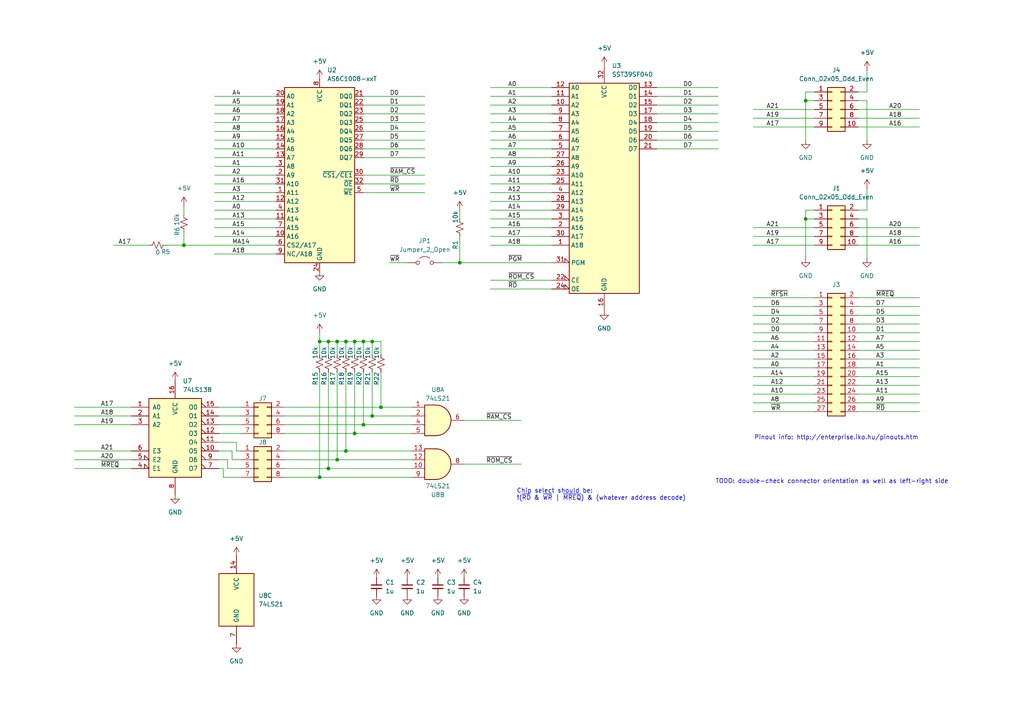
<source format=kicad_sch>
(kicad_sch (version 20231120) (generator "eeschema") (generator_version "8.0")
  (paper "A4")
  (lib_symbols
    (symbol "74xx:74LS138" (pin_names (offset 1.016))
      (property "Reference" "U" (at -7.62 11.43 0))
      (property "Value" "74LS138" (at -7.62 -13.97 0))
      (symbol "74LS138_1_0"
        (pin input line (at -12.7 7.62 0) (length 5.08) (name "A0") (number "1"))
        (pin output output_low (at 12.7 -5.08 180) (length 5.08) (name "O5") (number "10"))
        (pin output output_low (at 12.7 -2.54 180) (length 5.08) (name "O4") (number "11"))
        (pin output output_low (at 12.7 0 180) (length 5.08) (name "O3") (number "12"))
        (pin output output_low (at 12.7 2.54 180) (length 5.08) (name "O2") (number "13"))
        (pin output output_low (at 12.7 5.08 180) (length 5.08) (name "O1") (number "14"))
        (pin output output_low (at 12.7 7.62 180) (length 5.08) (name "O0") (number "15"))
        (pin power_in line (at 0 15.24 270) (length 5.08) (name "VCC") (number "16"))
        (pin input line (at -12.7 5.08 0) (length 5.08) (name "A1") (number "2"))
        (pin input line (at -12.7 2.54 0) (length 5.08) (name "A2") (number "3"))
        (pin input input_low (at -12.7 -10.16 0) (length 5.08) (name "E1") (number "4"))
        (pin input input_low (at -12.7 -7.62 0) (length 5.08) (name "E2") (number "5"))
        (pin input line (at -12.7 -5.08 0) (length 5.08) (name "E3") (number "6"))
        (pin output output_low (at 12.7 -10.16 180) (length 5.08) (name "O7") (number "7"))
        (pin power_in line (at 0 -17.78 90) (length 5.08) (name "GND") (number "8"))
        (pin output output_low (at 12.7 -7.62 180) (length 5.08) (name "O6") (number "9"))
      )
      (symbol "74LS138_1_1"
        (rectangle (start -7.62 10.16) (end 7.62 -12.7) (stroke (width 0.254)) (fill (type background)))
      )
    )
    (symbol "74xx:74LS21" (pin_names (offset 1.016))
      (property "Reference" "U" (at 0 1.27 0))
      (property "Value" "74LS21" (at 0 -1.27 0))
      (symbol "74LS21_1_1"
        (arc (start -0.635 -4.445) (mid 3.7907 0) (end -0.635 4.445) (stroke (width 0.254)) (fill (type background)))
        (polyline (pts (xy -0.635 4.445) (xy -3.81 4.445) (xy -3.81 -4.445) (xy -0.635 -4.445)) (stroke (width 0.254)) (fill (type background)))
        (pin input line (at -7.62 3.81 0) (length 3.81) (name "~") (number "1"))
        (pin input line (at -7.62 1.27 0) (length 3.81) (name "~") (number "2"))
        (pin input line (at -7.62 -1.27 0) (length 3.81) (name "~") (number "4"))
        (pin input line (at -7.62 -3.81 0) (length 3.81) (name "~") (number "5"))
        (pin output line (at 7.62 0 180) (length 3.81) (name "~") (number "6"))
      )
      (symbol "74LS21_1_2"
        (arc (start -3.81 -4.445) (mid -2.5908 0) (end -3.81 4.445) (stroke (width 0.254)))
        (arc (start -0.6096 -4.445) (mid 2.2246 -2.8422) (end 3.81 0) (stroke (width 0.254)) (fill (type background)))
        (polyline (pts (xy -3.81 -4.445) (xy -0.635 -4.445)) (stroke (width 0.254)) (fill (type background)))
        (polyline (pts (xy -3.81 4.445) (xy -0.635 4.445)) (stroke (width 0.254)) (fill (type background)))
        (polyline (pts (xy -0.635 4.445) (xy -3.81 4.445) (xy -3.81 4.445) (xy -3.6322 4.0894) (xy -3.0988 2.921) (xy -2.7686 1.6764) (xy -2.6162 0.4318) (xy -2.6416 -0.8636) (xy -2.8702 -2.1082) (xy -3.2512 -3.3274) (xy -3.81 -4.445) (xy -3.81 -4.445) (xy -0.635 -4.445)) (stroke (width -25.4)) (fill (type background)))
        (arc (start 3.81 0) (mid 2.2204 2.8379) (end -0.6096 4.445) (stroke (width 0.254)) (fill (type background)))
        (pin input inverted (at -7.62 3.81 0) (length 3.81) (name "~") (number "1"))
        (pin input inverted (at -7.62 1.27 0) (length 4.826) (name "~") (number "2"))
        (pin input inverted (at -7.62 -1.27 0) (length 4.826) (name "~") (number "4"))
        (pin input inverted (at -7.62 -3.81 0) (length 3.81) (name "~") (number "5"))
        (pin output inverted (at 7.62 0 180) (length 3.81) (name "~") (number "6"))
      )
      (symbol "74LS21_2_1"
        (arc (start -0.635 -4.445) (mid 3.7907 0) (end -0.635 4.445) (stroke (width 0.254)) (fill (type background)))
        (polyline (pts (xy -0.635 4.445) (xy -3.81 4.445) (xy -3.81 -4.445) (xy -0.635 -4.445)) (stroke (width 0.254)) (fill (type background)))
        (pin input line (at -7.62 1.27 0) (length 3.81) (name "~") (number "10"))
        (pin input line (at -7.62 -1.27 0) (length 3.81) (name "~") (number "12"))
        (pin input line (at -7.62 -3.81 0) (length 3.81) (name "~") (number "13"))
        (pin output line (at 7.62 0 180) (length 3.81) (name "~") (number "8"))
        (pin input line (at -7.62 3.81 0) (length 3.81) (name "~") (number "9"))
      )
      (symbol "74LS21_2_2"
        (arc (start -3.81 -4.445) (mid -2.5908 0) (end -3.81 4.445) (stroke (width 0.254)))
        (arc (start -0.6096 -4.445) (mid 2.2246 -2.8422) (end 3.81 0) (stroke (width 0.254)) (fill (type background)))
        (polyline (pts (xy -3.81 -4.445) (xy -0.635 -4.445)) (stroke (width 0.254)) (fill (type background)))
        (polyline (pts (xy -3.81 4.445) (xy -0.635 4.445)) (stroke (width 0.254)) (fill (type background)))
        (polyline (pts (xy -0.635 4.445) (xy -3.81 4.445) (xy -3.81 4.445) (xy -3.6322 4.0894) (xy -3.0988 2.921) (xy -2.7686 1.6764) (xy -2.6162 0.4318) (xy -2.6416 -0.8636) (xy -2.8702 -2.1082) (xy -3.2512 -3.3274) (xy -3.81 -4.445) (xy -3.81 -4.445) (xy -0.635 -4.445)) (stroke (width -25.4)) (fill (type background)))
        (arc (start 3.81 0) (mid 2.2204 2.8379) (end -0.6096 4.445) (stroke (width 0.254)) (fill (type background)))
        (pin input inverted (at -7.62 1.27 0) (length 4.826) (name "~") (number "10"))
        (pin input inverted (at -7.62 -1.27 0) (length 4.826) (name "~") (number "12"))
        (pin input inverted (at -7.62 -3.81 0) (length 3.81) (name "~") (number "13"))
        (pin output inverted (at 7.62 0 180) (length 3.81) (name "~") (number "8"))
        (pin input inverted (at -7.62 3.81 0) (length 3.81) (name "~") (number "9"))
      )
      (symbol "74LS21_3_0"
        (pin power_in line (at 0 12.7 270) (length 5.08) (name "VCC") (number "14"))
        (pin power_in line (at 0 -12.7 90) (length 5.08) (name "GND") (number "7"))
      )
      (symbol "74LS21_3_1"
        (rectangle (start -5.08 7.62) (end 5.08 -7.62) (stroke (width 0.254)) (fill (type background)))
      )
    )
    (symbol "Connector_Generic:Conn_02x04_Odd_Even" (pin_names (offset 1.016) hide)
      (property "Reference" "J" (at 1.27 5.08 0))
      (property "Value" "Conn_02x04_Odd_Even" (at 1.27 -7.62 0))
      (symbol "Conn_02x04_Odd_Even_1_1"
        (rectangle (start -1.27 -4.953) (end 0 -5.207) (stroke (width 0.1524)))
        (rectangle (start -1.27 -2.413) (end 0 -2.667) (stroke (width 0.1524)))
        (rectangle (start -1.27 0.127) (end 0 -0.127) (stroke (width 0.1524)))
        (rectangle (start -1.27 2.667) (end 0 2.413) (stroke (width 0.1524)))
        (rectangle (start -1.27 3.81) (end 3.81 -6.35) (stroke (width 0.254)) (fill (type background)))
        (rectangle (start 3.81 -4.953) (end 2.54 -5.207) (stroke (width 0.1524)))
        (rectangle (start 3.81 -2.413) (end 2.54 -2.667) (stroke (width 0.1524)))
        (rectangle (start 3.81 0.127) (end 2.54 -0.127) (stroke (width 0.1524)))
        (rectangle (start 3.81 2.667) (end 2.54 2.413) (stroke (width 0.1524)))
        (pin passive line (at -5.08 2.54 0) (length 3.81) (name "Pin_1") (number "1"))
        (pin passive line (at 7.62 2.54 180) (length 3.81) (name "Pin_2") (number "2"))
        (pin passive line (at -5.08 0 0) (length 3.81) (name "Pin_3") (number "3"))
        (pin passive line (at 7.62 0 180) (length 3.81) (name "Pin_4") (number "4"))
        (pin passive line (at -5.08 -2.54 0) (length 3.81) (name "Pin_5") (number "5"))
        (pin passive line (at 7.62 -2.54 180) (length 3.81) (name "Pin_6") (number "6"))
        (pin passive line (at -5.08 -5.08 0) (length 3.81) (name "Pin_7") (number "7"))
        (pin passive line (at 7.62 -5.08 180) (length 3.81) (name "Pin_8") (number "8"))
      )
    )
    (symbol "Connector_Generic:Conn_02x05_Odd_Even" (pin_names (offset 1.016) hide)
      (property "Reference" "J" (at 1.27 7.62 0))
      (property "Value" "Conn_02x05_Odd_Even" (at 1.27 -7.62 0))
      (symbol "Conn_02x05_Odd_Even_1_1"
        (rectangle (start -1.27 -4.953) (end 0 -5.207) (stroke (width 0.1524)))
        (rectangle (start -1.27 -2.413) (end 0 -2.667) (stroke (width 0.1524)))
        (rectangle (start -1.27 0.127) (end 0 -0.127) (stroke (width 0.1524)))
        (rectangle (start -1.27 2.667) (end 0 2.413) (stroke (width 0.1524)))
        (rectangle (start -1.27 5.207) (end 0 4.953) (stroke (width 0.1524)))
        (rectangle (start -1.27 6.35) (end 3.81 -6.35) (stroke (width 0.254)) (fill (type background)))
        (rectangle (start 3.81 -4.953) (end 2.54 -5.207) (stroke (width 0.1524)))
        (rectangle (start 3.81 -2.413) (end 2.54 -2.667) (stroke (width 0.1524)))
        (rectangle (start 3.81 0.127) (end 2.54 -0.127) (stroke (width 0.1524)))
        (rectangle (start 3.81 2.667) (end 2.54 2.413) (stroke (width 0.1524)))
        (rectangle (start 3.81 5.207) (end 2.54 4.953) (stroke (width 0.1524)))
        (pin passive line (at -5.08 5.08 0) (length 3.81) (name "Pin_1") (number "1"))
        (pin passive line (at 7.62 -5.08 180) (length 3.81) (name "Pin_10") (number "10"))
        (pin passive line (at 7.62 5.08 180) (length 3.81) (name "Pin_2") (number "2"))
        (pin passive line (at -5.08 2.54 0) (length 3.81) (name "Pin_3") (number "3"))
        (pin passive line (at 7.62 2.54 180) (length 3.81) (name "Pin_4") (number "4"))
        (pin passive line (at -5.08 0 0) (length 3.81) (name "Pin_5") (number "5"))
        (pin passive line (at 7.62 0 180) (length 3.81) (name "Pin_6") (number "6"))
        (pin passive line (at -5.08 -2.54 0) (length 3.81) (name "Pin_7") (number "7"))
        (pin passive line (at 7.62 -2.54 180) (length 3.81) (name "Pin_8") (number "8"))
        (pin passive line (at -5.08 -5.08 0) (length 3.81) (name "Pin_9") (number "9"))
      )
    )
    (symbol "Connector_Generic:Conn_02x14_Odd_Even" (pin_names (offset 1.016) hide)
      (property "Reference" "J" (at 1.27 17.78 0))
      (property "Value" "Conn_02x14_Odd_Even" (at 1.27 -20.32 0))
      (symbol "Conn_02x14_Odd_Even_1_1"
        (rectangle (start -1.27 -17.653) (end 0 -17.907) (stroke (width 0.1524)))
        (rectangle (start -1.27 -15.113) (end 0 -15.367) (stroke (width 0.1524)))
        (rectangle (start -1.27 -12.573) (end 0 -12.827) (stroke (width 0.1524)))
        (rectangle (start -1.27 -10.033) (end 0 -10.287) (stroke (width 0.1524)))
        (rectangle (start -1.27 -7.493) (end 0 -7.747) (stroke (width 0.1524)))
        (rectangle (start -1.27 -4.953) (end 0 -5.207) (stroke (width 0.1524)))
        (rectangle (start -1.27 -2.413) (end 0 -2.667) (stroke (width 0.1524)))
        (rectangle (start -1.27 0.127) (end 0 -0.127) (stroke (width 0.1524)))
        (rectangle (start -1.27 2.667) (end 0 2.413) (stroke (width 0.1524)))
        (rectangle (start -1.27 5.207) (end 0 4.953) (stroke (width 0.1524)))
        (rectangle (start -1.27 7.747) (end 0 7.493) (stroke (width 0.1524)))
        (rectangle (start -1.27 10.287) (end 0 10.033) (stroke (width 0.1524)))
        (rectangle (start -1.27 12.827) (end 0 12.573) (stroke (width 0.1524)))
        (rectangle (start -1.27 15.367) (end 0 15.113) (stroke (width 0.1524)))
        (rectangle (start -1.27 16.51) (end 3.81 -19.05) (stroke (width 0.254)) (fill (type background)))
        (rectangle (start 3.81 -17.653) (end 2.54 -17.907) (stroke (width 0.1524)))
        (rectangle (start 3.81 -15.113) (end 2.54 -15.367) (stroke (width 0.1524)))
        (rectangle (start 3.81 -12.573) (end 2.54 -12.827) (stroke (width 0.1524)))
        (rectangle (start 3.81 -10.033) (end 2.54 -10.287) (stroke (width 0.1524)))
        (rectangle (start 3.81 -7.493) (end 2.54 -7.747) (stroke (width 0.1524)))
        (rectangle (start 3.81 -4.953) (end 2.54 -5.207) (stroke (width 0.1524)))
        (rectangle (start 3.81 -2.413) (end 2.54 -2.667) (stroke (width 0.1524)))
        (rectangle (start 3.81 0.127) (end 2.54 -0.127) (stroke (width 0.1524)))
        (rectangle (start 3.81 2.667) (end 2.54 2.413) (stroke (width 0.1524)))
        (rectangle (start 3.81 5.207) (end 2.54 4.953) (stroke (width 0.1524)))
        (rectangle (start 3.81 7.747) (end 2.54 7.493) (stroke (width 0.1524)))
        (rectangle (start 3.81 10.287) (end 2.54 10.033) (stroke (width 0.1524)))
        (rectangle (start 3.81 12.827) (end 2.54 12.573) (stroke (width 0.1524)))
        (rectangle (start 3.81 15.367) (end 2.54 15.113) (stroke (width 0.1524)))
        (pin passive line (at -5.08 15.24 0) (length 3.81) (name "Pin_1") (number "1"))
        (pin passive line (at 7.62 5.08 180) (length 3.81) (name "Pin_10") (number "10"))
        (pin passive line (at -5.08 2.54 0) (length 3.81) (name "Pin_11") (number "11"))
        (pin passive line (at 7.62 2.54 180) (length 3.81) (name "Pin_12") (number "12"))
        (pin passive line (at -5.08 0 0) (length 3.81) (name "Pin_13") (number "13"))
        (pin passive line (at 7.62 0 180) (length 3.81) (name "Pin_14") (number "14"))
        (pin passive line (at -5.08 -2.54 0) (length 3.81) (name "Pin_15") (number "15"))
        (pin passive line (at 7.62 -2.54 180) (length 3.81) (name "Pin_16") (number "16"))
        (pin passive line (at -5.08 -5.08 0) (length 3.81) (name "Pin_17") (number "17"))
        (pin passive line (at 7.62 -5.08 180) (length 3.81) (name "Pin_18") (number "18"))
        (pin passive line (at -5.08 -7.62 0) (length 3.81) (name "Pin_19") (number "19"))
        (pin passive line (at 7.62 15.24 180) (length 3.81) (name "Pin_2") (number "2"))
        (pin passive line (at 7.62 -7.62 180) (length 3.81) (name "Pin_20") (number "20"))
        (pin passive line (at -5.08 -10.16 0) (length 3.81) (name "Pin_21") (number "21"))
        (pin passive line (at 7.62 -10.16 180) (length 3.81) (name "Pin_22") (number "22"))
        (pin passive line (at -5.08 -12.7 0) (length 3.81) (name "Pin_23") (number "23"))
        (pin passive line (at 7.62 -12.7 180) (length 3.81) (name "Pin_24") (number "24"))
        (pin passive line (at -5.08 -15.24 0) (length 3.81) (name "Pin_25") (number "25"))
        (pin passive line (at 7.62 -15.24 180) (length 3.81) (name "Pin_26") (number "26"))
        (pin passive line (at -5.08 -17.78 0) (length 3.81) (name "Pin_27") (number "27"))
        (pin passive line (at 7.62 -17.78 180) (length 3.81) (name "Pin_28") (number "28"))
        (pin passive line (at -5.08 12.7 0) (length 3.81) (name "Pin_3") (number "3"))
        (pin passive line (at 7.62 12.7 180) (length 3.81) (name "Pin_4") (number "4"))
        (pin passive line (at -5.08 10.16 0) (length 3.81) (name "Pin_5") (number "5"))
        (pin passive line (at 7.62 10.16 180) (length 3.81) (name "Pin_6") (number "6"))
        (pin passive line (at -5.08 7.62 0) (length 3.81) (name "Pin_7") (number "7"))
        (pin passive line (at 7.62 7.62 180) (length 3.81) (name "Pin_8") (number "8"))
        (pin passive line (at -5.08 5.08 0) (length 3.81) (name "Pin_9") (number "9"))
      )
    )
    (symbol "Device:C_Small" (pin_numbers hide) (pin_names (offset 0.254) hide)
      (property "Reference" "C" (at 0.254 1.778 0))
      (property "Value" "C_Small" (at 0.254 -2.032 0))
      (symbol "C_Small_0_1"
        (polyline (pts (xy -1.524 -0.508) (xy 1.524 -0.508)) (stroke (width 0.3302)))
        (polyline (pts (xy -1.524 0.508) (xy 1.524 0.508)) (stroke (width 0.3048)))
      )
      (symbol "C_Small_1_1"
        (pin passive line (at 0 2.54 270) (length 2.032) (name "~") (number "1"))
        (pin passive line (at 0 -2.54 90) (length 2.032) (name "~") (number "2"))
      )
    )
    (symbol "Device:R_Small_US" (pin_numbers hide) (pin_names (offset 0.254) hide)
      (property "Reference" "R" (at 0.762 0.508 0))
      (property "Value" "R_Small_US" (at 0.762 -1.016 0))
      (symbol "R_Small_US_1_1"
        (polyline (pts (xy 0 0) (xy 1.016 -0.381) (xy 0 -0.762) (xy -1.016 -1.143) (xy 0 -1.524)))
        (polyline (pts (xy 0 1.524) (xy 1.016 1.143) (xy 0 0.762) (xy -1.016 0.381) (xy 0 0)))
        (pin passive line (at 0 2.54 270) (length 1.016) (name "~") (number "1"))
        (pin passive line (at 0 -2.54 90) (length 1.016) (name "~") (number "2"))
      )
    )
    (symbol "Jumper:Jumper_2_Open" (pin_numbers hide) (pin_names (offset 0) hide) (exclude_from_sim yes)
      (property "Reference" "JP" (at 0 2.794 0))
      (property "Value" "Jumper_2_Open" (at 0 -2.286 0))
      (symbol "Jumper_2_Open_0_0"
        (circle (center -2.032 0) (radius 0.508))
        (circle (center 2.032 0) (radius 0.508))
      )
      (symbol "Jumper_2_Open_0_1"
        (arc (start 1.524 1.27) (mid 0 1.778) (end -1.524 1.27))
      )
      (symbol "Jumper_2_Open_1_1"
        (pin passive line (at -5.08 0 0) (length 2.54) (name "A") (number "1"))
        (pin passive line (at 5.08 0 180) (length 2.54) (name "B") (number "2"))
      )
    )
    (symbol "Memory_Flash:SST39SF040"
      (property "Reference" "U" (at 2.54 33.02 0))
      (property "Value" "SST39SF040" (at 0 -30.48 0))
      (symbol "SST39SF040_0_0"
        (pin power_in line (at 0 -34.29 90) (length 5.08) (name "GND") (number "16"))
        (pin power_in line (at 0 36.83 270) (length 5.08) (name "VCC") (number "32"))
      )
      (symbol "SST39SF040_0_1"
        (rectangle (start -10.16 31.75) (end 10.16 -29.21) (stroke (width 0.254)) (fill (type background)))
      )
      (symbol "SST39SF040_1_1"
        (pin input line (at -15.24 -15.24 0) (length 5.08) (name "A18") (number "1"))
        (pin input line (at -15.24 25.4 0) (length 5.08) (name "A2") (number "10"))
        (pin input line (at -15.24 27.94 0) (length 5.08) (name "A1") (number "11"))
        (pin input line (at -15.24 30.48 0) (length 5.08) (name "A0") (number "12"))
        (pin tri_state line (at 15.24 30.48 180) (length 5.08) (name "D0") (number "13"))
        (pin tri_state line (at 15.24 27.94 180) (length 5.08) (name "D1") (number "14"))
        (pin tri_state line (at 15.24 25.4 180) (length 5.08) (name "D2") (number "15"))
        (pin tri_state line (at 15.24 22.86 180) (length 5.08) (name "D3") (number "17"))
        (pin tri_state line (at 15.24 20.32 180) (length 5.08) (name "D4") (number "18"))
        (pin tri_state line (at 15.24 17.78 180) (length 5.08) (name "D5") (number "19"))
        (pin input line (at -15.24 -10.16 0) (length 5.08) (name "A16") (number "2"))
        (pin tri_state line (at 15.24 15.24 180) (length 5.08) (name "D6") (number "20"))
        (pin tri_state line (at 15.24 12.7 180) (length 5.08) (name "D7") (number "21"))
        (pin input input_low (at -15.24 -25.4 0) (length 5.08) (name "CE") (number "22"))
        (pin input line (at -15.24 5.08 0) (length 5.08) (name "A10") (number "23"))
        (pin input input_low (at -15.24 -27.94 0) (length 5.08) (name "OE") (number "24"))
        (pin input line (at -15.24 2.54 0) (length 5.08) (name "A11") (number "25"))
        (pin input line (at -15.24 7.62 0) (length 5.08) (name "A9") (number "26"))
        (pin input line (at -15.24 10.16 0) (length 5.08) (name "A8") (number "27"))
        (pin input line (at -15.24 -2.54 0) (length 5.08) (name "A13") (number "28"))
        (pin input line (at -15.24 -5.08 0) (length 5.08) (name "A14") (number "29"))
        (pin input line (at -15.24 -7.62 0) (length 5.08) (name "A15") (number "3"))
        (pin input line (at -15.24 -12.7 0) (length 5.08) (name "A17") (number "30"))
        (pin input input_low (at -15.24 -20.32 0) (length 5.08) (name "PGM") (number "31"))
        (pin input line (at -15.24 0 0) (length 5.08) (name "A12") (number "4"))
        (pin input line (at -15.24 12.7 0) (length 5.08) (name "A7") (number "5"))
        (pin input line (at -15.24 15.24 0) (length 5.08) (name "A6") (number "6"))
        (pin input line (at -15.24 17.78 0) (length 5.08) (name "A5") (number "7"))
        (pin input line (at -15.24 20.32 0) (length 5.08) (name "A4") (number "8"))
        (pin input line (at -15.24 22.86 0) (length 5.08) (name "A3") (number "9"))
      )
    )
    (symbol "mem_ext_board:AS6C4008-xxT"
      (property "Reference" "U" (at -10.16 26.035 0))
      (property "Value" "AS6C4008-xxT" (at 2.54 26.035 0))
      (symbol "AS6C4008-xxT_0_0"
        (pin power_in line (at 0 -27.94 90) (length 2.54) (name "GND") (number "24"))
        (pin power_in line (at 0 27.94 270) (length 2.54) (name "VCC") (number "8"))
      )
      (symbol "AS6C4008-xxT_0_1"
        (rectangle (start -10.16 25.4) (end 10.16 -25.4) (stroke (width 0.254)) (fill (type background)))
      )
      (symbol "AS6C4008-xxT_1_1"
        (pin input line (at -12.7 -5.08 0) (length 2.54) (name "A11") (number "1"))
        (pin input line (at -12.7 -17.78 0) (length 2.54) (name "A16") (number "10"))
        (pin input line (at -12.7 -12.7 0) (length 2.54) (name "A14") (number "11"))
        (pin input line (at -12.7 -7.62 0) (length 2.54) (name "A12") (number "12"))
        (pin input line (at -12.7 5.08 0) (length 2.54) (name "A7") (number "13"))
        (pin input line (at -12.7 7.62 0) (length 2.54) (name "A6") (number "14"))
        (pin input line (at -12.7 10.16 0) (length 2.54) (name "A5") (number "15"))
        (pin input line (at -12.7 12.7 0) (length 2.54) (name "A4") (number "16"))
        (pin input line (at -12.7 15.24 0) (length 2.54) (name "A3") (number "17"))
        (pin input line (at -12.7 17.78 0) (length 2.54) (name "A2") (number "18"))
        (pin input line (at -12.7 20.32 0) (length 2.54) (name "A1") (number "19"))
        (pin input line (at -12.7 0 0) (length 2.54) (name "A9") (number "2"))
        (pin input line (at -12.7 22.86 0) (length 2.54) (name "A0") (number "20"))
        (pin tri_state line (at 12.7 22.86 180) (length 2.54) (name "DQ0") (number "21"))
        (pin tri_state line (at 12.7 20.32 180) (length 2.54) (name "DQ1") (number "22"))
        (pin tri_state line (at 12.7 17.78 180) (length 2.54) (name "DQ2") (number "23"))
        (pin tri_state line (at 12.7 15.24 180) (length 2.54) (name "DQ3") (number "25"))
        (pin tri_state line (at 12.7 12.7 180) (length 2.54) (name "DQ4") (number "26"))
        (pin tri_state line (at 12.7 10.16 180) (length 2.54) (name "DQ5") (number "27"))
        (pin tri_state line (at 12.7 7.62 180) (length 2.54) (name "DQ6") (number "28"))
        (pin tri_state line (at 12.7 5.08 180) (length 2.54) (name "DQ7") (number "29"))
        (pin input line (at -12.7 2.54 0) (length 2.54) (name "A8") (number "3"))
        (pin input line (at 12.7 0 180) (length 2.54) (name "~{CS1}/~{CE1}") (number "30"))
        (pin input line (at -12.7 -2.54 0) (length 2.54) (name "A10") (number "31"))
        (pin input line (at 12.7 -2.54 180) (length 2.54) (name "~{OE}") (number "32"))
        (pin input line (at -12.7 -10.16 0) (length 2.54) (name "A13") (number "4"))
        (pin input line (at 12.7 -5.08 180) (length 2.54) (name "~{WE}") (number "5"))
        (pin input line (at -12.7 -20.32 0) (length 2.54) (name "CS2/A17") (number "6"))
        (pin input line (at -12.7 -15.24 0) (length 2.54) (name "A15") (number "7"))
        (pin input line (at -12.7 -22.86 0) (length 2.54) (name "NC/A18") (number "9"))
      )
    )
    (symbol "power:+5V" (power) (pin_numbers hide) (pin_names (offset 0) hide)
      (property "Value" "+5V" (at 0 3.556 0))
      (symbol "+5V_0_1"
        (polyline (pts (xy -0.762 1.27) (xy 0 2.54)))
        (polyline (pts (xy 0 0) (xy 0 2.54)))
        (polyline (pts (xy 0 2.54) (xy 0.762 1.27)))
      )
      (symbol "+5V_1_1"
        (pin power_in line (at 0 0 90) (length 0) (name "~") (number "1"))
      )
    )
    (symbol "power:GND" (power) (pin_numbers hide) (pin_names (offset 0) hide)
      (property "Value" "GND" (at 0 -3.81 0))
      (symbol "GND_0_1"
        (polyline (pts (xy 0 0) (xy 0 -1.27) (xy 1.27 -1.27) (xy 0 -2.54) (xy -1.27 -1.27) (xy 0 -1.27)))
      )
      (symbol "GND_1_1"
        (pin power_in line (at 0 0 270) (length 0) (name "~") (number "1"))
      )
    )
  )
  (junction (at 95.25 135.89))
  (junction (at 100.33 99.06))
  (junction (at 95.25 99.06))
  (junction (at 110.49 118.11))
  (junction (at 133.35 76.2))
  (junction (at 102.87 99.06))
  (junction (at 107.95 99.06))
  (junction (at 92.71 99.06))
  (junction (at 102.87 125.73))
  (junction (at 105.41 99.06))
  (junction (at 97.79 99.06))
  (junction (at 53.34 71.12))
  (junction (at 92.71 138.43))
  (junction (at 97.79 133.35))
  (junction (at 233.68 29.21))
  (junction (at 107.95 120.65))
  (junction (at 100.33 130.81))
  (junction (at 105.41 123.19))
  (junction (at 233.68 63.5))
  (wire (pts (xy 248.92 36.83) (xy 266.7 36.83)))
  (wire (pts (xy 105.41 45.72) (xy 123.19 45.72)))
  (wire (pts (xy 218.44 104.14) (xy 236.22 104.14)))
  (wire (pts (xy 251.46 20.32) (xy 251.46 26.67)))
  (wire (pts (xy 251.46 29.21) (xy 251.46 40.64)))
  (wire (pts (xy 95.25 135.89) (xy 82.55 135.89)))
  (wire (pts (xy 233.68 29.21) (xy 236.22 29.21)))
  (wire (pts (xy 62.23 60.96) (xy 80.01 60.96)))
  (wire (pts (xy 218.44 34.29) (xy 236.22 34.29)))
  (wire (pts (xy 218.44 99.06) (xy 236.22 99.06)))
  (wire (pts (xy 133.35 60.96) (xy 133.35 63.5)))
  (wire (pts (xy 62.23 66.04) (xy 80.01 66.04)))
  (wire (pts (xy 92.71 107.95) (xy 92.71 138.43)))
  (wire (pts (xy 82.55 123.19) (xy 105.41 123.19)))
  (wire (pts (xy 218.44 114.3) (xy 236.22 114.3)))
  (wire (pts (xy 66.04 135.89) (xy 66.04 133.35)))
  (wire (pts (xy 248.92 116.84) (xy 266.7 116.84)))
  (wire (pts (xy 110.49 99.06) (xy 110.49 102.87)))
  (wire (pts (xy 105.41 43.18) (xy 123.19 43.18)))
  (wire (pts (xy 62.23 63.5) (xy 80.01 63.5)))
  (wire (pts (xy 218.44 116.84) (xy 236.22 116.84)))
  (wire (pts (xy 95.25 99.06) (xy 95.25 102.87)))
  (wire (pts (xy 102.87 99.06) (xy 105.41 99.06)))
  (wire (pts (xy 105.41 107.95) (xy 105.41 123.19)))
  (wire (pts (xy 142.24 63.5) (xy 160.02 63.5)))
  (wire (pts (xy 142.24 71.12) (xy 160.02 71.12)))
  (wire (pts (xy 62.23 45.72) (xy 80.01 45.72)))
  (wire (pts (xy 97.79 133.35) (xy 82.55 133.35)))
  (wire (pts (xy 33.02 71.12) (xy 43.18 71.12)))
  (wire (pts (xy 190.5 40.64) (xy 208.28 40.64)))
  (wire (pts (xy 142.24 38.1) (xy 160.02 38.1)))
  (wire (pts (xy 218.44 111.76) (xy 236.22 111.76)))
  (wire (pts (xy 82.55 118.11) (xy 110.49 118.11)))
  (wire (pts (xy 218.44 71.12) (xy 236.22 71.12)))
  (wire (pts (xy 105.41 99.06) (xy 105.41 102.87)))
  (wire (pts (xy 248.92 119.38) (xy 266.7 119.38)))
  (wire (pts (xy 142.24 43.18) (xy 160.02 43.18)))
  (wire (pts (xy 142.24 81.28) (xy 160.02 81.28)))
  (wire (pts (xy 248.92 88.9) (xy 266.7 88.9)))
  (wire (pts (xy 64.77 135.89) (xy 63.5 135.89)))
  (wire (pts (xy 133.35 76.2) (xy 160.02 76.2)))
  (wire (pts (xy 63.5 123.19) (xy 69.85 123.19)))
  (wire (pts (xy 92.71 138.43) (xy 119.38 138.43)))
  (wire (pts (xy 105.41 123.19) (xy 119.38 123.19)))
  (wire (pts (xy 62.23 68.58) (xy 80.01 68.58)))
  (wire (pts (xy 62.23 30.48) (xy 80.01 30.48)))
  (wire (pts (xy 82.55 125.73) (xy 102.87 125.73)))
  (wire (pts (xy 67.31 133.35) (xy 67.31 130.81)))
  (wire (pts (xy 67.31 130.81) (xy 63.5 130.81)))
  (wire (pts (xy 218.44 31.75) (xy 236.22 31.75)))
  (wire (pts (xy 190.5 30.48) (xy 208.28 30.48)))
  (wire (pts (xy 251.46 63.5) (xy 251.46 74.93)))
  (wire (pts (xy 233.68 63.5) (xy 236.22 63.5)))
  (wire (pts (xy 97.79 107.95) (xy 97.79 133.35)))
  (wire (pts (xy 62.23 58.42) (xy 80.01 58.42)))
  (wire (pts (xy 248.92 104.14) (xy 266.7 104.14)))
  (wire (pts (xy 105.41 40.64) (xy 123.19 40.64)))
  (wire (pts (xy 63.5 125.73) (xy 69.85 125.73)))
  (wire (pts (xy 63.5 118.11) (xy 69.85 118.11)))
  (wire (pts (xy 53.34 59.69) (xy 53.34 62.23)))
  (wire (pts (xy 62.23 40.64) (xy 80.01 40.64)))
  (wire (pts (xy 142.24 30.48) (xy 160.02 30.48)))
  (wire (pts (xy 100.33 107.95) (xy 100.33 130.81)))
  (wire (pts (xy 21.59 135.89) (xy 38.1 135.89)))
  (wire (pts (xy 100.33 130.81) (xy 119.38 130.81)))
  (wire (pts (xy 142.24 83.82) (xy 160.02 83.82)))
  (wire (pts (xy 21.59 130.81) (xy 38.1 130.81)))
  (wire (pts (xy 218.44 96.52) (xy 236.22 96.52)))
  (wire (pts (xy 92.71 96.52) (xy 92.71 99.06)))
  (wire (pts (xy 110.49 118.11) (xy 119.38 118.11)))
  (wire (pts (xy 100.33 130.81) (xy 82.55 130.81)))
  (wire (pts (xy 248.92 34.29) (xy 266.7 34.29)))
  (wire (pts (xy 190.5 33.02) (xy 208.28 33.02)))
  (wire (pts (xy 62.23 35.56) (xy 80.01 35.56)))
  (wire (pts (xy 92.71 99.06) (xy 95.25 99.06)))
  (wire (pts (xy 62.23 50.8) (xy 80.01 50.8)))
  (wire (pts (xy 105.41 30.48) (xy 123.19 30.48)))
  (wire (pts (xy 248.92 26.67) (xy 251.46 26.67)))
  (wire (pts (xy 97.79 133.35) (xy 119.38 133.35)))
  (wire (pts (xy 134.62 134.62) (xy 151.13 134.62)))
  (wire (pts (xy 105.41 35.56) (xy 123.19 35.56)))
  (wire (pts (xy 248.92 99.06) (xy 266.7 99.06)))
  (wire (pts (xy 248.92 63.5) (xy 251.46 63.5)))
  (wire (pts (xy 251.46 54.61) (xy 251.46 60.96)))
  (wire (pts (xy 102.87 125.73) (xy 119.38 125.73)))
  (wire (pts (xy 248.92 91.44) (xy 266.7 91.44)))
  (wire (pts (xy 69.85 133.35) (xy 67.31 133.35)))
  (wire (pts (xy 107.95 99.06) (xy 107.95 102.87)))
  (wire (pts (xy 142.24 68.58) (xy 160.02 68.58)))
  (wire (pts (xy 142.24 53.34) (xy 160.02 53.34)))
  (wire (pts (xy 105.41 99.06) (xy 107.95 99.06)))
  (wire (pts (xy 107.95 99.06) (xy 110.49 99.06)))
  (wire (pts (xy 105.41 38.1) (xy 123.19 38.1)))
  (wire (pts (xy 190.5 43.18) (xy 208.28 43.18)))
  (wire (pts (xy 95.25 107.95) (xy 95.25 135.89)))
  (wire (pts (xy 142.24 60.96) (xy 160.02 60.96)))
  (wire (pts (xy 248.92 106.68) (xy 266.7 106.68)))
  (wire (pts (xy 113.03 76.2) (xy 118.11 76.2)))
  (wire (pts (xy 62.23 53.34) (xy 80.01 53.34)))
  (wire (pts (xy 100.33 99.06) (xy 100.33 102.87)))
  (wire (pts (xy 190.5 38.1) (xy 208.28 38.1)))
  (wire (pts (xy 248.92 96.52) (xy 266.7 96.52)))
  (wire (pts (xy 218.44 68.58) (xy 236.22 68.58)))
  (wire (pts (xy 218.44 106.68) (xy 236.22 106.68)))
  (wire (pts (xy 105.41 55.88) (xy 123.19 55.88)))
  (wire (pts (xy 107.95 107.95) (xy 107.95 120.65)))
  (wire (pts (xy 218.44 93.98) (xy 236.22 93.98)))
  (wire (pts (xy 53.34 71.12) (xy 80.01 71.12)))
  (wire (pts (xy 233.68 60.96) (xy 233.68 63.5)))
  (wire (pts (xy 142.24 66.04) (xy 160.02 66.04)))
  (wire (pts (xy 134.62 121.92) (xy 151.13 121.92)))
  (wire (pts (xy 248.92 66.04) (xy 266.7 66.04)))
  (wire (pts (xy 218.44 66.04) (xy 236.22 66.04)))
  (wire (pts (xy 62.23 33.02) (xy 80.01 33.02)))
  (wire (pts (xy 218.44 88.9) (xy 236.22 88.9)))
  (wire (pts (xy 69.85 138.43) (xy 64.77 138.43)))
  (wire (pts (xy 53.34 67.31) (xy 53.34 71.12)))
  (wire (pts (xy 142.24 50.8) (xy 160.02 50.8)))
  (wire (pts (xy 142.24 27.94) (xy 160.02 27.94)))
  (wire (pts (xy 68.58 128.27) (xy 63.5 128.27)))
  (wire (pts (xy 233.68 26.67) (xy 236.22 26.67)))
  (wire (pts (xy 62.23 38.1) (xy 80.01 38.1)))
  (wire (pts (xy 248.92 109.22) (xy 266.7 109.22)))
  (wire (pts (xy 92.71 138.43) (xy 82.55 138.43)))
  (wire (pts (xy 68.58 130.81) (xy 68.58 128.27)))
  (wire (pts (xy 190.5 27.94) (xy 208.28 27.94)))
  (wire (pts (xy 62.23 27.94) (xy 80.01 27.94)))
  (wire (pts (xy 142.24 40.64) (xy 160.02 40.64)))
  (wire (pts (xy 97.79 99.06) (xy 97.79 102.87)))
  (wire (pts (xy 48.26 71.12) (xy 53.34 71.12)))
  (wire (pts (xy 190.5 35.56) (xy 208.28 35.56)))
  (wire (pts (xy 190.5 25.4) (xy 208.28 25.4)))
  (wire (pts (xy 142.24 48.26) (xy 160.02 48.26)))
  (wire (pts (xy 248.92 60.96) (xy 251.46 60.96)))
  (wire (pts (xy 128.27 76.2) (xy 133.35 76.2)))
  (wire (pts (xy 62.23 43.18) (xy 80.01 43.18)))
  (wire (pts (xy 66.04 133.35) (xy 63.5 133.35)))
  (wire (pts (xy 105.41 27.94) (xy 123.19 27.94)))
  (wire (pts (xy 142.24 25.4) (xy 160.02 25.4)))
  (wire (pts (xy 248.92 93.98) (xy 266.7 93.98)))
  (wire (pts (xy 248.92 31.75) (xy 266.7 31.75)))
  (wire (pts (xy 142.24 58.42) (xy 160.02 58.42)))
  (wire (pts (xy 100.33 99.06) (xy 102.87 99.06)))
  (wire (pts (xy 248.92 29.21) (xy 251.46 29.21)))
  (wire (pts (xy 142.24 55.88) (xy 160.02 55.88)))
  (wire (pts (xy 248.92 68.58) (xy 266.7 68.58)))
  (wire (pts (xy 233.68 60.96) (xy 236.22 60.96)))
  (wire (pts (xy 21.59 118.11) (xy 38.1 118.11)))
  (wire (pts (xy 142.24 45.72) (xy 160.02 45.72)))
  (wire (pts (xy 62.23 48.26) (xy 80.01 48.26)))
  (wire (pts (xy 107.95 120.65) (xy 119.38 120.65)))
  (wire (pts (xy 248.92 111.76) (xy 266.7 111.76)))
  (wire (pts (xy 218.44 91.44) (xy 236.22 91.44)))
  (wire (pts (xy 95.25 135.89) (xy 119.38 135.89)))
  (wire (pts (xy 21.59 123.19) (xy 38.1 123.19)))
  (wire (pts (xy 110.49 107.95) (xy 110.49 118.11)))
  (wire (pts (xy 248.92 71.12) (xy 266.7 71.12)))
  (wire (pts (xy 97.79 99.06) (xy 100.33 99.06)))
  (wire (pts (xy 63.5 120.65) (xy 69.85 120.65)))
  (wire (pts (xy 69.85 130.81) (xy 68.58 130.81)))
  (wire (pts (xy 218.44 119.38) (xy 236.22 119.38)))
  (wire (pts (xy 69.85 135.89) (xy 66.04 135.89)))
  (wire (pts (xy 102.87 99.06) (xy 102.87 102.87)))
  (wire (pts (xy 133.35 68.58) (xy 133.35 76.2)))
  (wire (pts (xy 105.41 53.34) (xy 123.19 53.34)))
  (wire (pts (xy 218.44 109.22) (xy 236.22 109.22)))
  (wire (pts (xy 248.92 86.36) (xy 266.7 86.36)))
  (wire (pts (xy 142.24 33.02) (xy 160.02 33.02)))
  (wire (pts (xy 218.44 86.36) (xy 236.22 86.36)))
  (wire (pts (xy 218.44 101.6) (xy 236.22 101.6)))
  (wire (pts (xy 95.25 99.06) (xy 97.79 99.06)))
  (wire (pts (xy 21.59 120.65) (xy 38.1 120.65)))
  (wire (pts (xy 248.92 101.6) (xy 266.7 101.6)))
  (wire (pts (xy 233.68 29.21) (xy 233.68 40.64)))
  (wire (pts (xy 105.41 33.02) (xy 123.19 33.02)))
  (wire (pts (xy 233.68 26.67) (xy 233.68 29.21)))
  (wire (pts (xy 105.41 50.8) (xy 123.19 50.8)))
  (wire (pts (xy 62.23 55.88) (xy 80.01 55.88)))
  (wire (pts (xy 92.71 102.87) (xy 92.71 99.06)))
  (wire (pts (xy 102.87 107.95) (xy 102.87 125.73)))
  (wire (pts (xy 62.23 73.66) (xy 80.01 73.66)))
  (wire (pts (xy 21.59 133.35) (xy 38.1 133.35)))
  (wire (pts (xy 233.68 63.5) (xy 233.68 74.93)))
  (wire (pts (xy 248.92 114.3) (xy 266.7 114.3)))
  (wire (pts (xy 142.24 35.56) (xy 160.02 35.56)))
  (wire (pts (xy 64.77 138.43) (xy 64.77 135.89)))
  (wire (pts (xy 218.44 36.83) (xy 236.22 36.83)))
  (wire (pts (xy 82.55 120.65) (xy 107.95 120.65)))
  (text "TODO: double-check connector orientation as well as left-right side" (at 241.3 139.7 0) (effects (font (size 1.27 1.27))))
  (text "Pinout info: http://enterprise.iko.hu/pinouts.htm" (at 242.57 127 0) (effects (font (size 1.27 1.27))))
  (text "Chip select should be:\n!(~{RD} & ~{WR} | ~{MREQ}) & (whatever address decode)" (at 149.86 143.51 0) (effects (font (size 1.27 1.27)) (justify left)))
  (label "A19" (at 29.21 123.19 0))
  (label "A9" (at 147.32 48.26 0))
  (label "A5" (at 147.32 38.1 0))
  (label "A4" (at 147.32 35.56 0))
  (label "A14" (at 147.32 60.96 0))
  (label "A3" (at 254 104.14 0))
  (label "D3" (at 113.03 35.56 0))
  (label "~{MREQ}" (at 29.21 135.89 0))
  (label "A6" (at 147.32 40.64 0))
  (label "A21" (at 222.25 31.75 0))
  (label "~{ROM_CS}" (at 140.97 134.62 0))
  (label "D1" (at 198.12 27.94 0))
  (label "D0" (at 223.52 96.52 0))
  (label "A13" (at 147.32 58.42 0))
  (label "A10" (at 147.32 50.8 0))
  (label "A13" (at 67.31 63.5 0))
  (label "A16" (at 147.32 66.04 0))
  (label "A18" (at 147.32 71.12 0))
  (label "A0" (at 223.52 106.68 0))
  (label "A21" (at 222.25 66.04 0))
  (label "A6" (at 67.31 33.02 0))
  (label "D7" (at 254 88.9 0))
  (label "A8" (at 147.32 45.72 0))
  (label "A16" (at 67.31 53.34 0))
  (label "A4" (at 67.31 27.94 0))
  (label "D6" (at 198.12 40.64 0))
  (label "A11" (at 147.32 53.34 0))
  (label "A2" (at 147.32 30.48 0))
  (label "A17" (at 34.29 71.12 0))
  (label "A9" (at 254 116.84 0))
  (label "A18" (at 67.31 73.66 0))
  (label "A17" (at 222.25 36.83 0))
  (label "D2" (at 113.03 33.02 0))
  (label "D0" (at 198.12 25.4 0))
  (label "A10" (at 67.31 43.18 0))
  (label "A5" (at 67.31 30.48 0))
  (label "~{ROM_CS}" (at 147.32 81.28 0))
  (label "A20" (at 257.81 66.04 0))
  (label "A20" (at 257.81 31.75 0))
  (label "A14" (at 67.31 68.58 0))
  (label "A17" (at 147.32 68.58 0))
  (label "~{RFSH}" (at 223.52 86.36 0))
  (label "A1" (at 254 106.68 0))
  (label "A15" (at 147.32 63.5 0))
  (label "A2" (at 67.31 50.8 0))
  (label "A21" (at 29.21 130.81 0))
  (label "D3" (at 254 93.98 0))
  (label "A0" (at 147.32 25.4 0))
  (label "A19" (at 222.25 68.58 0))
  (label "A3" (at 67.31 55.88 0))
  (label "A6" (at 223.52 99.06 0))
  (label "D2" (at 223.52 93.98 0))
  (label "~{WR}" (at 113.03 76.2 0))
  (label "A11" (at 254 114.3 0))
  (label "A7" (at 67.31 35.56 0))
  (label "D5" (at 198.12 38.1 0))
  (label "~{RD}" (at 254 119.38 0))
  (label "A1" (at 147.32 27.94 0))
  (label "A4" (at 223.52 101.6 0))
  (label "A9" (at 67.31 40.64 0))
  (label "D1" (at 254 96.52 0))
  (label "A18" (at 257.81 68.58 0))
  (label "~{RAM_CS}" (at 113.03 50.8 0))
  (label "A20" (at 29.21 133.35 0))
  (label "A16" (at 257.81 36.83 0))
  (label "D2" (at 198.12 30.48 0))
  (label "~{WR}" (at 113.03 55.88 0))
  (label "D0" (at 113.03 27.94 0))
  (label "A7" (at 254 99.06 0))
  (label "A5" (at 254 101.6 0))
  (label "A1" (at 67.31 48.26 0))
  (label "A17" (at 222.25 71.12 0))
  (label "MA14" (at 67.31 71.12 0))
  (label "A10" (at 223.52 114.3 0))
  (label "~{MREQ}" (at 254 86.36 0))
  (label "~{RAM_CS}" (at 140.97 121.92 0))
  (label "A8" (at 223.52 116.84 0))
  (label "~{WR}" (at 223.52 119.38 0))
  (label "D7" (at 198.12 43.18 0))
  (label "~{RD}" (at 113.03 53.34 0))
  (label "A12" (at 223.52 111.76 0))
  (label "A17" (at 29.21 118.11 0))
  (label "A7" (at 147.32 43.18 0))
  (label "A2" (at 223.52 104.14 0))
  (label "A18" (at 29.21 120.65 0))
  (label "A11" (at 67.31 45.72 0))
  (label "A16" (at 257.81 71.12 0))
  (label "A8" (at 67.31 38.1 0))
  (label "A15" (at 67.31 66.04 0))
  (label "A0" (at 67.31 60.96 0))
  (label "A18" (at 257.81 34.29 0))
  (label "D1" (at 113.03 30.48 0))
  (label "A14" (at 223.52 109.22 0))
  (label "D4" (at 198.12 35.56 0))
  (label "D5" (at 113.03 40.64 0))
  (label "D5" (at 254 91.44 0))
  (label "D6" (at 223.52 88.9 0))
  (label "A3" (at 147.32 33.02 0))
  (label "~{PGM}" (at 147.32 76.2 0))
  (label "D3" (at 198.12 33.02 0))
  (label "D4" (at 113.03 38.1 0))
  (label "A19" (at 222.25 34.29 0))
  (label "~{RD}" (at 147.32 83.82 0))
  (label "A15" (at 254 109.22 0))
  (label "A13" (at 254 111.76 0))
  (label "D7" (at 113.03 45.72 0))
  (label "D6" (at 113.03 43.18 0))
  (label "A12" (at 147.32 55.88 0))
  (label "A12" (at 67.31 58.42 0))
  (label "D4" (at 223.52 91.44 0))
  (symbol (lib_id "Connector_Generic:Conn_02x14_Odd_Even") (at 241.3 101.6 0) (unit 1)
    (property "Reference" "J3" (at 242.57 82.55 0))
    (property "Value" "Conn_02x16_Row_Letter_First" (effects (hide yes)))
    (property "Footprint" "Connector_PinSocket_2.54mm:PinSocket_2x14_P2.54mm_Vertical" (effects (hide yes)))
    (property "Description" "Generic connector, double row, 02x14, odd/even pin numbering scheme (row 1 odd numbers, row 2 even numbers), script generated (kicad-library-utils/schlib/autogen/connector/)" (effects (hide yes)))
  )
  (symbol (lib_id "Memory_Flash:SST39SF040") (at 175.26 55.88 0) (unit 1)
    (property "Reference" "U3" (at 177.4541 19.05 0) (effects (justify left)))
    (property "Value" "SST39SF040" (at 177.4541 21.59 0) (effects (justify left)))
    (property "Footprint" "Package_DIP:DIP-32_W15.24mm_Socket_LongPads" (effects (hide yes)))
    (property "Datasheet" "http://ww1.microchip.com/downloads/en/DeviceDoc/25022B.pdf" (effects (hide yes)))
    (property "Description" "Silicon Storage Technology (SSF) 512k x 8 Flash ROM" (effects (hide yes)))
  )
  (symbol (lib_id "power:+5V") (at 68.58 161.29 0) (unit 1)
    (property "Reference" "#PWR048" (effects (hide yes)))
    (property "Value" "+5V" (at 68.58 156.21 0))
    (property "Description" "Power symbol creates a global label with name \"+5V\"" (effects (hide yes)))
  )
  (symbol (lib_id "power:GND") (at 118.11 172.72 0) (unit 1)
    (property "Reference" "#PWR018" (effects (hide yes)))
    (property "Value" "GND" (at 118.11 177.8 0))
    (property "Description" "Power symbol creates a global label with name \"GND\" , ground" (effects (hide yes)))
  )
  (symbol (lib_id "power:+5V") (at 175.26 19.05 0) (unit 1)
    (property "Reference" "#PWR036" (effects (hide yes)))
    (property "Value" "+5V" (at 175.26 13.97 0))
    (property "Description" "Power symbol creates a global label with name \"+5V\"" (effects (hide yes)))
  )
  (symbol (lib_id "power:+5V") (at 92.71 96.52 0) (unit 1)
    (property "Reference" "#PWR047" (effects (hide yes)))
    (property "Value" "+5V" (at 92.71 91.44 0))
    (property "Description" "Power symbol creates a global label with name \"+5V\"" (effects (hide yes)))
  )
  (symbol (lib_id "power:GND") (at 109.22 172.72 0) (unit 1)
    (property "Reference" "#PWR010" (effects (hide yes)))
    (property "Value" "GND" (at 109.22 177.8 0))
    (property "Description" "Power symbol creates a global label with name \"GND\" , ground" (effects (hide yes)))
  )
  (symbol (lib_id "power:+5V") (at 53.34 59.69 0) (unit 1)
    (property "Reference" "#PWR028" (effects (hide yes)))
    (property "Value" "+5V" (at 53.34 54.61 0))
    (property "Description" "Power symbol creates a global label with name \"+5V\"" (effects (hide yes)))
  )
  (symbol (lib_id "Device:C_Small") (at 109.22 170.18 0) (unit 1)
    (property "Reference" "C1" (at 111.76 168.9162 0) (effects (justify left)))
    (property "Value" "1u" (at 111.76 171.4562 0) (effects (justify left)))
    (property "Footprint" "Capacitor_SMD:C_0603_1608Metric_Pad1.08x0.95mm_HandSolder" (effects (hide yes)))
    (property "Description" "Unpolarized capacitor, small symbol" (effects (hide yes)))
  )
  (symbol (lib_id "Device:C_Small") (at 118.11 170.18 0) (unit 1)
    (property "Reference" "C2" (at 120.65 168.9162 0) (effects (justify left)))
    (property "Value" "1u" (at 120.65 171.4562 0) (effects (justify left)))
    (property "Footprint" "Capacitor_SMD:C_0603_1608Metric_Pad1.08x0.95mm_HandSolder" (effects (hide yes)))
    (property "Description" "Unpolarized capacitor, small symbol" (effects (hide yes)))
  )
  (symbol (lib_id "power:GND") (at 68.58 186.69 0) (unit 1)
    (property "Reference" "#PWR050" (effects (hide yes)))
    (property "Value" "GND" (at 68.58 191.77 0))
    (property "Description" "Power symbol creates a global label with name \"GND\" , ground" (effects (hide yes)))
  )
  (symbol (lib_id "Device:R_Small_US") (at 105.41 105.41 0) (unit 1)
    (property "Reference" "R20" (at 104.14 111.76 90) (effects (justify left)))
    (property "Value" "10k" (at 104.14 104.14 90) (effects (justify left)))
    (property "Footprint" "Resistor_SMD:R_0603_1608Metric_Pad0.98x0.95mm_HandSolder" (effects (hide yes)))
    (property "Description" "Resistor, small US symbol" (effects (hide yes)))
  )
  (symbol (lib_id "Jumper:Jumper_2_Open") (at 123.19 76.2 0) (unit 1) (exclude_from_sim yes)
    (property "Reference" "JP1" (at 123.19 69.85 0))
    (property "Value" "Jumper_2_Open" (at 123.19 72.39 0))
    (property "Footprint" "Connector_PinHeader_2.54mm:PinHeader_1x02_P2.54mm_Vertical" (effects (hide yes)))
    (property "Description" "Jumper, 2-pole, open" (effects (hide yes)))
  )
  (symbol (lib_id "Device:C_Small") (at 134.62 170.18 0) (unit 1)
    (property "Reference" "C4" (at 137.16 168.9162 0) (effects (justify left)))
    (property "Value" "1u" (at 137.16 171.4562 0) (effects (justify left)))
    (property "Footprint" "Capacitor_SMD:C_0603_1608Metric_Pad1.08x0.95mm_HandSolder" (effects (hide yes)))
    (property "Description" "Unpolarized capacitor, small symbol" (effects (hide yes)))
  )
  (symbol (lib_id "power:+5V") (at 50.8 110.49 0) (unit 1)
    (property "Reference" "#PWR046" (effects (hide yes)))
    (property "Value" "+5V" (at 50.8 105.41 0))
    (property "Description" "Power symbol creates a global label with name \"+5V\"" (effects (hide yes)))
  )
  (symbol (lib_id "Device:R_Small_US") (at 110.49 105.41 0) (unit 1)
    (property "Reference" "R22" (at 109.22 111.76 90) (effects (justify left)))
    (property "Value" "10k" (at 109.22 104.14 90) (effects (justify left)))
    (property "Footprint" "Resistor_SMD:R_0603_1608Metric_Pad0.98x0.95mm_HandSolder" (effects (hide yes)))
    (property "Description" "Resistor, small US symbol" (effects (hide yes)))
  )
  (symbol (lib_id "power:+5V") (at 251.46 20.32 0) (unit 1)
    (property "Reference" "#PWR026" (effects (hide yes)))
    (property "Value" "+5V" (at 251.46 15.24 0))
    (property "Description" "Power symbol creates a global label with name \"+5V\"" (effects (hide yes)))
  )
  (symbol (lib_id "power:GND") (at 92.71 78.74 0) (unit 1)
    (property "Reference" "#PWR04" (effects (hide yes)))
    (property "Value" "GND" (at 92.71 83.82 0))
    (property "Description" "Power symbol creates a global label with name \"GND\" , ground" (effects (hide yes)))
  )
  (symbol (lib_id "Device:R_Small_US") (at 133.35 66.04 0) (unit 1)
    (property "Reference" "R1" (at 132.08 72.39 90) (effects (justify left)))
    (property "Value" "10k" (at 132.08 64.77 90) (effects (justify left)))
    (property "Footprint" "Resistor_SMD:R_0603_1608Metric_Pad0.98x0.95mm_HandSolder" (effects (hide yes)))
    (property "Description" "Resistor, small US symbol" (effects (hide yes)))
  )
  (symbol (lib_id "power:+5V") (at 127 167.64 0) (unit 1)
    (property "Reference" "#PWR019" (effects (hide yes)))
    (property "Value" "+5V" (at 127 162.56 0))
    (property "Description" "Power symbol creates a global label with name \"+5V\"" (effects (hide yes)))
  )
  (symbol (lib_id "power:GND") (at 251.46 40.64 0) (unit 1)
    (property "Reference" "#PWR027" (effects (hide yes)))
    (property "Value" "GND" (at 251.46 45.72 0))
    (property "Description" "Power symbol creates a global label with name \"GND\" , ground" (effects (hide yes)))
  )
  (symbol (lib_id "power:+5V") (at 118.11 167.64 0) (unit 1)
    (property "Reference" "#PWR017" (effects (hide yes)))
    (property "Value" "+5V" (at 118.11 162.56 0))
    (property "Description" "Power symbol creates a global label with name \"+5V\"" (effects (hide yes)))
  )
  (symbol (lib_id "Connector_Generic:Conn_02x05_Odd_Even") (at 241.3 66.04 0) (unit 1)
    (property "Reference" "J1" (at 242.57 54.61 0))
    (property "Value" "Conn_02x05_Odd_Even" (at 242.57 57.15 0))
    (property "Footprint" "Connector_PinHeader_2.54mm:PinHeader_2x05_P2.54mm_Vertical" (effects (hide yes)))
    (property "Description" "Generic connector, double row, 02x05, odd/even pin numbering scheme (row 1 odd numbers, row 2 even numbers), script generated (kicad-library-utils/schlib/autogen/connector/)" (effects (hide yes)))
  )
  (symbol (lib_id "Device:R_Small_US") (at 45.72 71.12 90) (unit 1)
    (property "Reference" "R5" (at 49.408 73.0531 90) (effects (justify left)))
    (property "Value" "0" (at 46.4558 73.1779 90) (effects (justify left)))
    (property "Footprint" "Resistor_SMD:R_0603_1608Metric_Pad0.98x0.95mm_HandSolder" (effects (hide yes)))
    (property "Description" "Resistor, small US symbol" (effects (hide yes)))
  )
  (symbol (lib_id "Connector_Generic:Conn_02x05_Odd_Even") (at 241.3 31.75 0) (unit 1)
    (property "Reference" "J4" (at 242.57 20.32 0))
    (property "Value" "Conn_02x05_Odd_Even" (at 242.57 22.86 0))
    (property "Footprint" "Connector_PinSocket_2.54mm:PinSocket_2x05_P2.54mm_Vertical" (effects (hide yes)))
    (property "Description" "Generic connector, double row, 02x05, odd/even pin numbering scheme (row 1 odd numbers, row 2 even numbers), script generated (kicad-library-utils/schlib/autogen/connector/)" (effects (hide yes)))
  )
  (symbol (lib_id "Device:R_Small_US") (at 53.34 64.77 0) (unit 1)
    (property "Reference" "R6" (at 51.4069 68.458 90) (effects (justify left)))
    (property "Value" "10k" (at 51.2821 65.5058 90) (effects (justify left)))
    (property "Footprint" "Resistor_SMD:R_0603_1608Metric_Pad0.98x0.95mm_HandSolder" (effects (hide yes)))
    (property "Description" "Resistor, small US symbol" (effects (hide yes)))
  )
  (symbol (lib_id "mem_ext_board:AS6C4008-xxT") (at 92.71 50.8 0) (unit 1)
    (property "Reference" "U2" (at 94.9041 20.32 0) (effects (justify left)))
    (property "Value" "AS6C1008-xxT" (at 94.9041 22.86 0) (effects (justify left)))
    (property "Footprint" "mem_ext_board:TSOP-I-32_11-18.4x8mm_P0.5mm" (effects (hide yes)))
    (property "Datasheet" "https://www.alliancememory.com/wp-content/uploads/pdf/AS6C4008.pdf" (effects (hide yes)))
    (property "Description" "1-Mbit (128K X 8-bit) Low Power CMOS SRAM, single 2.7V ~ 5.5V power supply, 55ns, TSOP-I-32" (effects (hide yes)))
  )
  (symbol (lib_id "Device:R_Small_US") (at 100.33 105.41 0) (unit 1)
    (property "Reference" "R18" (at 99.06 111.76 90) (effects (justify left)))
    (property "Value" "10k" (at 99.06 104.14 90) (effects (justify left)))
    (property "Footprint" "Resistor_SMD:R_0603_1608Metric_Pad0.98x0.95mm_HandSolder" (effects (hide yes)))
    (property "Description" "Resistor, small US symbol" (effects (hide yes)))
  )
  (symbol (lib_id "power:GND") (at 127 172.72 0) (unit 1)
    (property "Reference" "#PWR020" (effects (hide yes)))
    (property "Value" "GND" (at 127 177.8 0))
    (property "Description" "Power symbol creates a global label with name \"GND\" , ground" (effects (hide yes)))
  )
  (symbol (lib_id "power:GND") (at 251.46 74.93 0) (unit 1)
    (property "Reference" "#PWR021" (effects (hide yes)))
    (property "Value" "GND" (at 251.46 80.01 0))
    (property "Description" "Power symbol creates a global label with name \"GND\" , ground" (effects (hide yes)))
  )
  (symbol (lib_id "power:GND") (at 233.68 74.93 0) (unit 1)
    (property "Reference" "#PWR01" (effects (hide yes)))
    (property "Value" "GND" (at 233.68 80.01 0))
    (property "Description" "Power symbol creates a global label with name \"GND\" , ground" (effects (hide yes)))
  )
  (symbol (lib_id "74xx:74LS21") (at 68.58 173.99 0) (unit 3)
    (property "Reference" "U8" (at 74.93 172.7199 0) (effects (justify left)))
    (property "Value" "74LS21" (at 74.93 175.2599 0) (effects (justify left)))
    (property "Footprint" "Package_SO:SO-14_3.9x8.65mm_P1.27mm" (effects (hide yes)))
    (property "Datasheet" "http://www.ti.com/lit/gpn/sn74LS21" (effects (hide yes)))
    (property "Description" "Dual 4-input AND" (effects (hide yes)))
  )
  (symbol (lib_id "power:+5V") (at 133.35 60.96 0) (unit 1)
    (property "Reference" "#PWR033" (effects (hide yes)))
    (property "Value" "+5V" (at 133.35 55.88 0))
    (property "Description" "Power symbol creates a global label with name \"+5V\"" (effects (hide yes)))
  )
  (symbol (lib_id "Device:R_Small_US") (at 107.95 105.41 0) (unit 1)
    (property "Reference" "R21" (at 106.68 111.76 90) (effects (justify left)))
    (property "Value" "10k" (at 106.68 104.14 90) (effects (justify left)))
    (property "Footprint" "Resistor_SMD:R_0603_1608Metric_Pad0.98x0.95mm_HandSolder" (effects (hide yes)))
    (property "Description" "Resistor, small US symbol" (effects (hide yes)))
  )
  (symbol (lib_id "power:GND") (at 134.62 172.72 0) (unit 1)
    (property "Reference" "#PWR035" (effects (hide yes)))
    (property "Value" "GND" (at 134.62 177.8 0))
    (property "Description" "Power symbol creates a global label with name \"GND\" , ground" (effects (hide yes)))
  )
  (symbol (lib_id "74xx:74LS21") (at 127 134.62 0) (mirror x) (unit 2)
    (property "Reference" "U8" (at 126.9903 143.51 0))
    (property "Value" "74LS21" (at 126.9903 140.97 0))
    (property "Footprint" "Package_SO:SO-14_3.9x8.65mm_P1.27mm" (effects (hide yes)))
    (property "Datasheet" "http://www.ti.com/lit/gpn/sn74LS21" (effects (hide yes)))
    (property "Description" "Dual 4-input AND" (effects (hide yes)))
  )
  (symbol (lib_id "Device:R_Small_US") (at 95.25 105.41 0) (unit 1)
    (property "Reference" "R16" (at 93.98 111.76 90) (effects (justify left)))
    (property "Value" "10k" (at 93.98 104.14 90) (effects (justify left)))
    (property "Footprint" "Resistor_SMD:R_0603_1608Metric_Pad0.98x0.95mm_HandSolder" (effects (hide yes)))
    (property "Description" "Resistor, small US symbol" (effects (hide yes)))
  )
  (symbol (lib_id "74xx:74LS138") (at 50.8 125.73 0) (unit 1)
    (property "Reference" "U7" (at 52.9941 110.49 0) (effects (justify left)))
    (property "Value" "74LS138" (at 52.9941 113.03 0) (effects (justify left)))
    (property "Footprint" "Package_SO:SO-16_3.9x9.9mm_P1.27mm" (effects (hide yes)))
    (property "Datasheet" "http://www.ti.com/lit/gpn/sn74LS138" (effects (hide yes)))
    (property "Description" "Decoder 3 to 8 active low outputs" (effects (hide yes)))
  )
  (symbol (lib_id "power:+5V") (at 109.22 167.64 0) (unit 1)
    (property "Reference" "#PWR09" (effects (hide yes)))
    (property "Value" "+5V" (at 109.22 162.56 0))
    (property "Description" "Power symbol creates a global label with name \"+5V\"" (effects (hide yes)))
  )
  (symbol (lib_id "power:GND") (at 233.68 40.64 0) (unit 1)
    (property "Reference" "#PWR025" (effects (hide yes)))
    (property "Value" "GND" (at 233.68 45.72 0))
    (property "Description" "Power symbol creates a global label with name \"GND\" , ground" (effects (hide yes)))
  )
  (symbol (lib_id "Connector_Generic:Conn_02x04_Odd_Even") (at 74.93 133.35 0) (unit 1)
    (property "Reference" "J8" (at 76.2 128.27 0))
    (property "Value" "Conn_02x02_Odd_Even" (effects (hide yes)))
    (property "Footprint" "Connector_PinHeader_2.54mm:PinHeader_2x04_P2.54mm_Vertical" (effects (hide yes)))
    (property "Description" "Generic connector, double row, 02x04, odd/even pin numbering scheme (row 1 odd numbers, row 2 even numbers), script generated (kicad-library-utils/schlib/autogen/connector/)" (effects (hide yes)))
  )
  (symbol (lib_id "power:GND") (at 50.8 143.51 0) (unit 1)
    (property "Reference" "#PWR049" (effects (hide yes)))
    (property "Value" "GND" (at 50.8 148.59 0))
    (property "Description" "Power symbol creates a global label with name \"GND\" , ground" (effects (hide yes)))
  )
  (symbol (lib_id "power:+5V") (at 134.62 167.64 0) (unit 1)
    (property "Reference" "#PWR034" (effects (hide yes)))
    (property "Value" "+5V" (at 134.62 162.56 0))
    (property "Description" "Power symbol creates a global label with name \"+5V\"" (effects (hide yes)))
  )
  (symbol (lib_id "power:+5V") (at 251.46 54.61 0) (unit 1)
    (property "Reference" "#PWR02" (effects (hide yes)))
    (property "Value" "+5V" (at 251.46 49.53 0))
    (property "Description" "Power symbol creates a global label with name \"+5V\"" (effects (hide yes)))
  )
  (symbol (lib_id "Device:C_Small") (at 127 170.18 0) (unit 1)
    (property "Reference" "C3" (at 129.54 168.9162 0) (effects (justify left)))
    (property "Value" "1u" (at 129.54 171.4562 0) (effects (justify left)))
    (property "Footprint" "Capacitor_SMD:C_0603_1608Metric_Pad1.08x0.95mm_HandSolder" (effects (hide yes)))
    (property "Description" "Unpolarized capacitor, small symbol" (effects (hide yes)))
  )
  (symbol (lib_id "Device:R_Small_US") (at 97.79 105.41 0) (unit 1)
    (property "Reference" "R17" (at 96.52 111.76 90) (effects (justify left)))
    (property "Value" "10k" (at 96.52 104.14 90) (effects (justify left)))
    (property "Footprint" "Resistor_SMD:R_0603_1608Metric_Pad0.98x0.95mm_HandSolder" (effects (hide yes)))
    (property "Description" "Resistor, small US symbol" (effects (hide yes)))
  )
  (symbol (lib_id "power:+5V") (at 92.71 22.86 0) (unit 1)
    (property "Reference" "#PWR03" (effects (hide yes)))
    (property "Value" "+5V" (at 92.71 17.78 0))
    (property "Description" "Power symbol creates a global label with name \"+5V\"" (effects (hide yes)))
  )
  (symbol (lib_id "Connector_Generic:Conn_02x04_Odd_Even") (at 74.93 120.65 0) (unit 1)
    (property "Reference" "J7" (at 76.2 115.57 0))
    (property "Value" "Conn_02x02_Odd_Even" (effects (hide yes)))
    (property "Footprint" "Connector_PinHeader_2.54mm:PinHeader_2x04_P2.54mm_Vertical" (effects (hide yes)))
    (property "Description" "Generic connector, double row, 02x04, odd/even pin numbering scheme (row 1 odd numbers, row 2 even numbers), script generated (kicad-library-utils/schlib/autogen/connector/)" (effects (hide yes)))
  )
  (symbol (lib_id "74xx:74LS21") (at 127 121.92 0) (unit 1)
    (property "Reference" "U8" (at 126.9903 113.03 0))
    (property "Value" "74LS21" (at 126.9903 115.57 0))
    (property "Footprint" "Package_SO:SO-14_3.9x8.65mm_P1.27mm" (effects (hide yes)))
    (property "Datasheet" "http://www.ti.com/lit/gpn/sn74LS21" (effects (hide yes)))
    (property "Description" "Dual 4-input AND" (effects (hide yes)))
  )
  (symbol (lib_id "power:GND") (at 175.26 90.17 0) (unit 1)
    (property "Reference" "#PWR037" (effects (hide yes)))
    (property "Value" "GND" (at 175.26 95.25 0))
    (property "Description" "Power symbol creates a global label with name \"GND\" , ground" (effects (hide yes)))
  )
  (symbol (lib_id "Device:R_Small_US") (at 92.71 105.41 0) (unit 1)
    (property "Reference" "R15" (at 91.44 111.76 90) (effects (justify left)))
    (property "Value" "10k" (at 91.44 104.14 90) (effects (justify left)))
    (property "Footprint" "Resistor_SMD:R_0603_1608Metric_Pad0.98x0.95mm_HandSolder" (effects (hide yes)))
    (property "Description" "Resistor, small US symbol" (effects (hide yes)))
  )
  (symbol (lib_id "Device:R_Small_US") (at 102.87 105.41 0) (unit 1)
    (property "Reference" "R19" (at 101.6 111.76 90) (effects (justify left)))
    (property "Value" "10k" (at 101.6 104.14 90) (effects (justify left)))
    (property "Footprint" "Resistor_SMD:R_0603_1608Metric_Pad0.98x0.95mm_HandSolder" (effects (hide yes)))
    (property "Description" "Resistor, small US symbol" (effects (hide yes)))
  )
)
</source>
